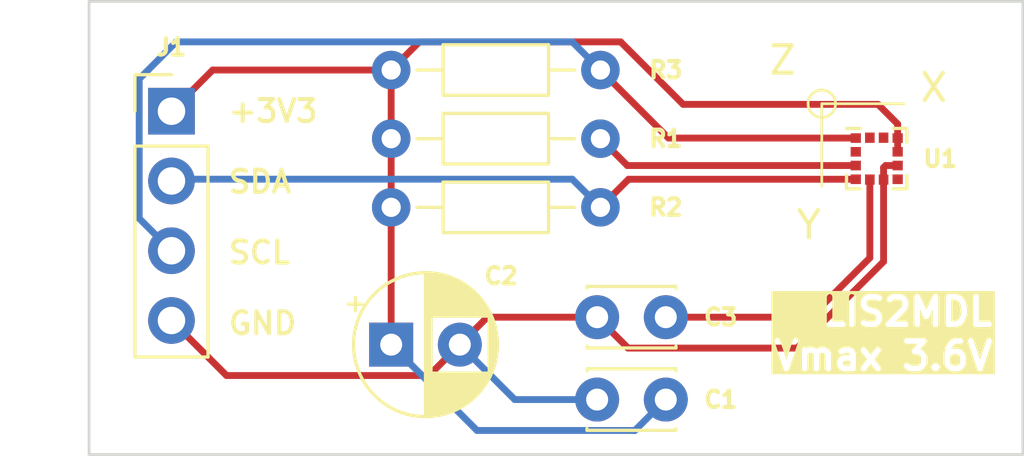
<source format=kicad_pcb>
(kicad_pcb (version 20221018) (generator pcbnew)
  (layers (0 "F.Cu" signal) (31 "B.Cu" signal) (34 "B.Paste" user) (35 "F.Paste" user) (36 "B.SilkS" user "B.Silkscreen") (37 "F.SilkS" user "F.Silkscreen") (38 "B.Mask" user) (39 "F.Mask" user) (44 "Edge.Cuts" user))
  (net 0 "")
  (net 1 "+3V3")
  (net 2 "GND")
  (net 3 "Net-(U1-C1)")
  (net 4 "/SDA")
  (net 5 "/SCL")
  (net 6 "Net-(U1-~{CS})")
  (footprint "Resistor_THT:R_Axial_DIN0204_L3.6mm_D1.6mm_P7.62mm_Horizontal" (layer "F.Cu") (at 141 83)
    (fp_text reference "R3" (at 10 0) (layer "F.SilkS") (effects (font (size 0.6 0.6) (thickness 0.15) bold)))
    (fp_text value "4.7k")
    (fp_line (start 0.94 0) (end 1.89 0) (stroke (width 0.12)) (layer "F.SilkS"))
    (fp_line (start 1.89 -0.92) (end 1.89 0.92) (stroke (width 0.12)) (layer "F.SilkS"))
    (fp_line (start 1.89 0.92) (end 5.73 0.92) (stroke (width 0.12)) (layer "F.SilkS"))
    (fp_line (start 5.73 -0.92) (end 1.89 -0.92) (stroke (width 0.12)) (layer "F.SilkS"))
    (fp_line (start 5.73 0.92) (end 5.73 -0.92) (stroke (width 0.12)) (layer "F.SilkS"))
    (fp_line (start 6.68 0) (end 5.73 0) (stroke (width 0.12)) (layer "F.SilkS"))
    (pad "1" thru_hole circle (at 0 0) (size 1.4 1.4) (drill 0.7) (layers "*.Cu" "*.Mask") (net 1 "+3V3"))
    (pad "2" thru_hole oval (at 7.62 0) (size 1.4 1.4) (drill 0.7) (layers "*.Cu" "*.Mask") (net 5 "/SCL"))
  )
  (footprint "Capacitor_THT:C_Disc_D3.0mm_W2.0mm_P2.50mm" (layer "F.Cu") (at 151 95 180)
    (fp_text reference "C1" (at -2 0) (layer "F.SilkS") (effects (font (size 0.6 0.6) (thickness 0.15) bold)))
    (fp_text value "0.1uF")
    (fp_line (start -0.37 -1.12) (end -0.37 -1.055) (stroke (width 0.12)) (layer "F.SilkS"))
    (fp_line (start -0.37 -1.12) (end 2.87 -1.12) (stroke (width 0.12)) (layer "F.SilkS"))
    (fp_line (start -0.37 1.055) (end -0.37 1.12) (stroke (width 0.12)) (layer "F.SilkS"))
    (fp_line (start -0.37 1.12) (end 2.87 1.12) (stroke (width 0.12)) (layer "F.SilkS"))
    (fp_line (start 2.87 -1.12) (end 2.87 -1.055) (stroke (width 0.12)) (layer "F.SilkS"))
    (fp_line (start 2.87 1.055) (end 2.87 1.12) (stroke (width 0.12)) (layer "F.SilkS"))
    (pad "1" thru_hole circle (at 0 0 180) (size 1.6 1.6) (drill 0.8) (layers "*.Cu" "*.Mask") (net 1 "+3V3"))
    (pad "2" thru_hole circle (at 2.5 0 180) (size 1.6 1.6) (drill 0.8) (layers "*.Cu" "*.Mask") (net 2 "GND"))
  )
  (footprint "Resistor_THT:R_Axial_DIN0204_L3.6mm_D1.6mm_P7.62mm_Horizontal" (layer "F.Cu") (at 141 88)
    (fp_text reference "R2" (at 10 0) (layer "F.SilkS") (effects (font (size 0.6 0.6) (thickness 0.15) bold)))
    (fp_text value "4.7k")
    (fp_line (start 0.94 0) (end 1.89 0) (stroke (width 0.12)) (layer "F.SilkS"))
    (fp_line (start 1.89 -0.92) (end 1.89 0.92) (stroke (width 0.12)) (layer "F.SilkS"))
    (fp_line (start 1.89 0.92) (end 5.73 0.92) (stroke (width 0.12)) (layer "F.SilkS"))
    (fp_line (start 5.73 -0.92) (end 1.89 -0.92) (stroke (width 0.12)) (layer "F.SilkS"))
    (fp_line (start 5.73 0.92) (end 5.73 -0.92) (stroke (width 0.12)) (layer "F.SilkS"))
    (fp_line (start 6.68 0) (end 5.73 0) (stroke (width 0.12)) (layer "F.SilkS"))
    (pad "1" thru_hole circle (at 0 0) (size 1.4 1.4) (drill 0.7) (layers "*.Cu" "*.Mask") (net 1 "+3V3"))
    (pad "2" thru_hole oval (at 7.62 0) (size 1.4 1.4) (drill 0.7) (layers "*.Cu" "*.Mask") (net 4 "/SDA"))
  )
  (footprint "Capacitor_THT:C_Disc_D3.0mm_W2.0mm_P2.50mm" (layer "F.Cu") (at 151 92 180)
    (fp_text reference "C3" (at -2 0) (layer "F.SilkS") (effects (font (size 0.6 0.6) (thickness 0.15) bold)))
    (fp_text value "0.22uF")
    (fp_line (start -0.37 -1.12) (end -0.37 -1.055) (stroke (width 0.12)) (layer "F.SilkS"))
    (fp_line (start -0.37 -1.12) (end 2.87 -1.12) (stroke (width 0.12)) (layer "F.SilkS"))
    (fp_line (start -0.37 1.055) (end -0.37 1.12) (stroke (width 0.12)) (layer "F.SilkS"))
    (fp_line (start -0.37 1.12) (end 2.87 1.12) (stroke (width 0.12)) (layer "F.SilkS"))
    (fp_line (start 2.87 -1.12) (end 2.87 -1.055) (stroke (width 0.12)) (layer "F.SilkS"))
    (fp_line (start 2.87 1.055) (end 2.87 1.12) (stroke (width 0.12)) (layer "F.SilkS"))
    (pad "1" thru_hole circle (at 0 0 180) (size 1.6 1.6) (drill 0.8) (layers "*.Cu" "*.Mask") (net 3 "Net-(U1-C1)"))
    (pad "2" thru_hole circle (at 2.5 0 180) (size 1.6 1.6) (drill 0.8) (layers "*.Cu" "*.Mask") (net 2 "GND"))
  )
  (footprint "Package_LGA:LGA-12_2x2mm_P0.5mm" (layer "F.Cu") (at 158.68 86.2275)
    (fp_text reference "U1" (at 2.32 0) (layer "F.SilkS") (effects (font (size 0.6 0.6) (thickness 0.15) bold)))
    (fp_text value "LIS2MDL")
    (fp_line (start -1.1 -1.1) (end -1.1 -1.1) (stroke (width 0.12)) (layer "F.SilkS"))
    (fp_line (start -1.1 0.6) (end -1.1 0.6) (stroke (width 0.12)) (layer "F.SilkS"))
    (fp_line (start -1.1 1.1) (end -1.1 0.6) (stroke (width 0.12)) (layer "F.SilkS"))
    (fp_line (start -0.6 -1.1) (end -1.1 -1.1) (stroke (width 0.12)) (layer "F.SilkS"))
    (fp_line (start -0.6 1.1) (end -1.1 1.1) (stroke (width 0.12)) (layer "F.SilkS"))
    (fp_line (start 0.6 -1.1) (end 1.1 -1.1) (stroke (width 0.12)) (layer "F.SilkS"))
    (fp_line (start 0.6 1.1) (end 0.6 1.1) (stroke (width 0.12)) (layer "F.SilkS"))
    (fp_line (start 1.1 -1.1) (end 1.1 -0.6) (stroke (width 0.12)) (layer "F.SilkS"))
    (fp_line (start 1.1 -0.6) (end 1.1 -0.6) (stroke (width 0.12)) (layer "F.SilkS"))
    (fp_line (start 1.1 0.6) (end 1.1 1.1) (stroke (width 0.12)) (layer "F.SilkS"))
    (fp_line (start 1.1 1.1) (end 0.6 1.1) (stroke (width 0.12)) (layer "F.SilkS"))
    (pad "1" smd rect (at -0.7625 -0.75) (size 0.375 0.35) (layers "F.Cu" "F.Paste" "F.Mask") (net 5 "/SCL"))
    (pad "2" smd rect (at -0.7625 -0.25) (size 0.375 0.35) (layers "F.Cu" "F.Paste" "F.Mask"))
    (pad "3" smd rect (at -0.7625 0.25) (size 0.375 0.35) (layers "F.Cu" "F.Paste" "F.Mask") (net 6 "Net-(U1-~{CS})"))
    (pad "4" smd rect (at -0.7625 0.75) (size 0.375 0.35) (layers "F.Cu" "F.Paste" "F.Mask") (net 4 "/SDA"))
    (pad "5" smd rect (at -0.25 0.7625 90) (size 0.375 0.35) (layers "F.Cu" "F.Paste" "F.Mask") (net 3 "Net-(U1-C1)"))
    (pad "6" smd rect (at 0.25 0.7625 90) (size 0.375 0.35) (layers "F.Cu" "F.Paste" "F.Mask") (net 2 "GND"))
    (pad "7" smd rect (at 0.7625 0.75) (size 0.375 0.35) (layers "F.Cu" "F.Paste" "F.Mask"))
    (pad "8" smd rect (at 0.7625 0.25) (size 0.375 0.35) (layers "F.Cu" "F.Paste" "F.Mask") (net 2 "GND"))
    (pad "9" smd rect (at 0.7625 -0.25) (size 0.375 0.35) (layers "F.Cu" "F.Paste" "F.Mask") (net 1 "+3V3"))
    (pad "10" smd rect (at 0.7625 -0.75) (size 0.375 0.35) (layers "F.Cu" "F.Paste" "F.Mask") (net 1 "+3V3"))
    (pad "11" smd rect (at 0.25 -0.7625 90) (size 0.375 0.35) (layers "F.Cu" "F.Paste" "F.Mask"))
    (pad "12" smd rect (at -0.25 -0.7625 90) (size 0.375 0.35) (layers "F.Cu" "F.Paste" "F.Mask"))
  )
  (footprint "Capacitor_THT:CP_Radial_D5.0mm_P2.50mm" (layer "F.Cu") (at 141 93)
    (fp_text reference "C2" (at 4 -2.5) (layer "F.SilkS") (effects (font (size 0.6 0.6) (thickness 0.15) bold)))
    (fp_text value "10uF")
    (fp_line (start -1.554775 -1.475) (end -1.054775 -1.475) (stroke (width 0.12)) (layer "F.SilkS"))
    (fp_line (start -1.304775 -1.725) (end -1.304775 -1.225) (stroke (width 0.12)) (layer "F.SilkS"))
    (fp_line (start 1.25 -2.58) (end 1.25 2.58) (stroke (width 0.12)) (layer "F.SilkS"))
    (fp_line (start 1.29 -2.58) (end 1.29 2.58) (stroke (width 0.12)) (layer "F.SilkS"))
    (fp_line (start 1.33 -2.579) (end 1.33 2.579) (stroke (width 0.12)) (layer "F.SilkS"))
    (fp_line (start 1.37 -2.578) (end 1.37 2.578) (stroke (width 0.12)) (layer "F.SilkS"))
    (fp_line (start 1.41 -2.576) (end 1.41 2.576) (stroke (width 0.12)) (layer "F.SilkS"))
    (fp_line (start 1.45 -2.573) (end 1.45 2.573) (stroke (width 0.12)) (layer "F.SilkS"))
    (fp_line (start 1.49 -2.569) (end 1.49 -1.04) (stroke (width 0.12)) (layer "F.SilkS"))
    (fp_line (start 1.49 1.04) (end 1.49 2.569) (stroke (width 0.12)) (layer "F.SilkS"))
    (fp_line (start 1.53 -2.565) (end 1.53 -1.04) (stroke (width 0.12)) (layer "F.SilkS"))
    (fp_line (start 1.53 1.04) (end 1.53 2.565) (stroke (width 0.12)) (layer "F.SilkS"))
    (fp_line (start 1.57 -2.561) (end 1.57 -1.04) (stroke (width 0.12)) (layer "F.SilkS"))
    (fp_line (start 1.57 1.04) (end 1.57 2.561) (stroke (width 0.12)) (layer "F.SilkS"))
    (fp_line (start 1.61 -2.556) (end 1.61 -1.04) (stroke (width 0.12)) (layer "F.SilkS"))
    (fp_line (start 1.61 1.04) (end 1.61 2.556) (stroke (width 0.12)) (layer "F.SilkS"))
    (fp_line (start 1.65 -2.55) (end 1.65 -1.04) (stroke (width 0.12)) (layer "F.SilkS"))
    (fp_line (start 1.65 1.04) (end 1.65 2.55) (stroke (width 0.12)) (layer "F.SilkS"))
    (fp_line (start 1.69 -2.543) (end 1.69 -1.04) (stroke (width 0.12)) (layer "F.SilkS"))
    (fp_line (start 1.69 1.04) (end 1.69 2.543) (stroke (width 0.12)) (layer "F.SilkS"))
    (fp_line (start 1.73 -2.536) (end 1.73 -1.04) (stroke (width 0.12)) (layer "F.SilkS"))
    (fp_line (start 1.73 1.04) (end 1.73 2.536) (stroke (width 0.12)) (layer "F.SilkS"))
    (fp_line (start 1.77 -2.528) (end 1.77 -1.04) (stroke (width 0.12)) (layer "F.SilkS"))
    (fp_line (start 1.77 1.04) (end 1.77 2.528) (stroke (width 0.12)) (layer "F.SilkS"))
    (fp_line (start 1.81 -2.52) (end 1.81 -1.04) (stroke (width 0.12)) (layer "F.SilkS"))
    (fp_line (start 1.81 1.04) (end 1.81 2.52) (stroke (width 0.12)) (layer "F.SilkS"))
    (fp_line (start 1.85 -2.511) (end 1.85 -1.04) (stroke (width 0.12)) (layer "F.SilkS"))
    (fp_line (start 1.85 1.04) (end 1.85 2.511) (stroke (width 0.12)) (layer "F.SilkS"))
    (fp_line (start 1.89 -2.501) (end 1.89 -1.04) (stroke (width 0.12)) (layer "F.SilkS"))
    (fp_line (start 1.89 1.04) (end 1.89 2.501) (stroke (width 0.12)) (layer "F.SilkS"))
    (fp_line (start 1.93 -2.491) (end 1.93 -1.04) (stroke (width 0.12)) (layer "F.SilkS"))
    (fp_line (start 1.93 1.04) (end 1.93 2.491) (stroke (width 0.12)) (layer "F.SilkS"))
    (fp_line (start 1.971 -2.48) (end 1.971 -1.04) (stroke (width 0.12)) (layer "F.SilkS"))
    (fp_line (start 1.971 1.04) (end 1.971 2.48) (stroke (width 0.12)) (layer "F.SilkS"))
    (fp_line (start 2.011 -2.468) (end 2.011 -1.04) (stroke (width 0.12)) (layer "F.SilkS"))
    (fp_line (start 2.011 1.04) (end 2.011 2.468) (stroke (width 0.12)) (layer "F.SilkS"))
    (fp_line (start 2.051 -2.455) (end 2.051 -1.04) (stroke (width 0.12)) (layer "F.SilkS"))
    (fp_line (start 2.051 1.04) (end 2.051 2.455) (stroke (width 0.12)) (layer "F.SilkS"))
    (fp_line (start 2.091 -2.442) (end 2.091 -1.04) (stroke (width 0.12)) (layer "F.SilkS"))
    (fp_line (start 2.091 1.04) (end 2.091 2.442) (stroke (width 0.12)) (layer "F.SilkS"))
    (fp_line (start 2.131 -2.428) (end 2.131 -1.04) (stroke (width 0.12)) (layer "F.SilkS"))
    (fp_line (start 2.131 1.04) (end 2.131 2.428) (stroke (width 0.12)) (layer "F.SilkS"))
    (fp_line (start 2.171 -2.414) (end 2.171 -1.04) (stroke (width 0.12)) (layer "F.SilkS"))
    (fp_line (start 2.171 1.04) (end 2.171 2.414) (stroke (width 0.12)) (layer "F.SilkS"))
    (fp_line (start 2.211 -2.398) (end 2.211 -1.04) (stroke (width 0.12)) (layer "F.SilkS"))
    (fp_line (start 2.211 1.04) (end 2.211 2.398) (stroke (width 0.12)) (layer "F.SilkS"))
    (fp_line (start 2.251 -2.382) (end 2.251 -1.04) (stroke (width 0.12)) (layer "F.SilkS"))
    (fp_line (start 2.251 1.04) (end 2.251 2.382) (stroke (width 0.12)) (layer "F.SilkS"))
    (fp_line (start 2.291 -2.365) (end 2.291 -1.04) (stroke (width 0.12)) (layer "F.SilkS"))
    (fp_line (start 2.291 1.04) (end 2.291 2.365) (stroke (width 0.12)) (layer "F.SilkS"))
    (fp_line (start 2.331 -2.348) (end 2.331 -1.04) (stroke (width 0.12)) (layer "F.SilkS"))
    (fp_line (start 2.331 1.04) (end 2.331 2.348) (stroke (width 0.12)) (layer "F.SilkS"))
    (fp_line (start 2.371 -2.329) (end 2.371 -1.04) (stroke (width 0.12)) (layer "F.SilkS"))
    (fp_line (start 2.371 1.04) (end 2.371 2.329) (stroke (width 0.12)) (layer "F.SilkS"))
    (fp_line (start 2.411 -2.31) (end 2.411 -1.04) (stroke (width 0.12)) (layer "F.SilkS"))
    (fp_line (start 2.411 1.04) (end 2.411 2.31) (stroke (width 0.12)) (layer "F.SilkS"))
    (fp_line (start 2.451 -2.29) (end 2.451 -1.04) (stroke (width 0.12)) (layer "F.SilkS"))
    (fp_line (start 2.451 1.04) (end 2.451 2.29) (stroke (width 0.12)) (layer "F.SilkS"))
    (fp_line (start 2.491 -2.268) (end 2.491 -1.04) (stroke (width 0.12)) (layer "F.SilkS"))
    (fp_line (start 2.491 1.04) (end 2.491 2.268) (stroke (width 0.12)) (layer "F.SilkS"))
    (fp_line (start 2.531 -2.247) (end 2.531 -1.04) (stroke (width 0.12)) (layer "F.SilkS"))
    (fp_line (start 2.531 1.04) (end 2.531 2.247) (stroke (width 0.12)) (layer "F.SilkS"))
    (fp_line (start 2.571 -2.224) (end 2.571 -1.04) (stroke (width 0.12)) (layer "F.SilkS"))
    (fp_line (start 2.571 1.04) (end 2.571 2.224) (stroke (width 0.12)) (layer "F.SilkS"))
    (fp_line (start 2.611 -2.2) (end 2.611 -1.04) (stroke (width 0.12)) (layer "F.SilkS"))
    (fp_line (start 2.611 1.04) (end 2.611 2.2) (stroke (width 0.12)) (layer "F.SilkS"))
    (fp_line (start 2.651 -2.175) (end 2.651 -1.04) (stroke (width 0.12)) (layer "F.SilkS"))
    (fp_line (start 2.651 1.04) (end 2.651 2.175) (stroke (width 0.12)) (layer "F.SilkS"))
    (fp_line (start 2.691 -2.149) (end 2.691 -1.04) (stroke (width 0.12)) (layer "F.SilkS"))
    (fp_line (start 2.691 1.04) (end 2.691 2.149) (stroke (width 0.12)) (layer "F.SilkS"))
    (fp_line (start 2.731 -2.122) (end 2.731 -1.04) (stroke (width 0.12)) (layer "F.SilkS"))
    (fp_line (start 2.731 1.04) (end 2.731 2.122) (stroke (width 0.12)) (layer "F.SilkS"))
    (fp_line (start 2.771 -2.095) (end 2.771 -1.04) (stroke (width 0.12)) (layer "F.SilkS"))
    (fp_line (start 2.771 1.04) (end 2.771 2.095) (stroke (width 0.12)) (layer "F.SilkS"))
    (fp_line (start 2.811 -2.065) (end 2.811 -1.04) (stroke (width 0.12)) (layer "F.SilkS"))
    (fp_line (start 2.811 1.04) (end 2.811 2.065) (stroke (width 0.12)) (layer "F.SilkS"))
    (fp_line (start 2.851 -2.035) (end 2.851 -1.04) (stroke (width 0.12)) (layer "F.SilkS"))
    (fp_line (start 2.851 1.04) (end 2.851 2.035) (stroke (width 0.12)) (layer "F.SilkS"))
    (fp_line (start 2.891 -2.004) (end 2.891 -1.04) (stroke (width 0.12)) (layer "F.SilkS"))
    (fp_line (start 2.891 1.04) (end 2.891 2.004) (stroke (width 0.12)) (layer "F.SilkS"))
    (fp_line (start 2.931 -1.971) (end 2.931 -1.04) (stroke (width 0.12)) (layer "F.SilkS"))
    (fp_line (start 2.931 1.04) (end 2.931 1.971) (stroke (width 0.12)) (layer "F.SilkS"))
    (fp_line (start 2.971 -1.937) (end 2.971 -1.04) (stroke (width 0.12)) (layer "F.SilkS"))
    (fp_line (start 2.971 1.04) (end 2.971 1.937) (stroke (width 0.12)) (layer "F.SilkS"))
    (fp_line (start 3.011 -1.901) (end 3.011 -1.04) (stroke (width 0.12)) (layer "F.SilkS"))
    (fp_line (start 3.011 1.04) (end 3.011 1.901) (stroke (width 0.12)) (layer "F.SilkS"))
    (fp_line (start 3.051 -1.864) (end 3.051 -1.04) (stroke (width 0.12)) (layer "F.SilkS"))
    (fp_line (start 3.051 1.04) (end 3.051 1.864) (stroke (width 0.12)) (layer "F.SilkS"))
    (fp_line (start 3.091 -1.826) (end 3.091 -1.04) (stroke (width 0.12)) (layer "F.SilkS"))
    (fp_line (start 3.091 1.04) (end 3.091 1.826) (stroke (width 0.12)) (layer "F.SilkS"))
    (fp_line (start 3.131 -1.785) (end 3.131 -1.04) (stroke (width 0.12)) (layer "F.SilkS"))
    (fp_line (start 3.131 1.04) (end 3.131 1.785) (stroke (width 0.12)) (layer "F.SilkS"))
    (fp_line (start 3.171 -1.743) (end 3.171 -1.04) (stroke (width 0.12)) (layer "F.SilkS"))
    (fp_line (start 3.171 1.04) (end 3.171 1.743) (stroke (width 0.12)) (layer "F.SilkS"))
    (fp_line (start 3.211 -1.699) (end 3.211 -1.04) (stroke (width 0.12)) (layer "F.SilkS"))
    (fp_line (start 3.211 1.04) (end 3.211 1.699) (stroke (width 0.12)) (layer "F.SilkS"))
    (fp_line (start 3.251 -1.653) (end 3.251 -1.04) (stroke (width 0.12)) (layer "F.SilkS"))
    (fp_line (start 3.251 1.04) (end 3.251 1.653) (stroke (width 0.12)) (layer "F.SilkS"))
    (fp_line (start 3.291 -1.605) (end 3.291 -1.04) (stroke (width 0.12)) (layer "F.SilkS"))
    (fp_line (start 3.291 1.04) (end 3.291 1.605) (stroke (width 0.12)) (layer "F.SilkS"))
    (fp_line (start 3.331 -1.554) (end 3.331 -1.04) (stroke (width 0.12)) (layer "F.SilkS"))
    (fp_line (start 3.331 1.04) (end 3.331 1.554) (stroke (width 0.12)) (layer "F.SilkS"))
    (fp_line (start 3.371 -1.5) (end 3.371 -1.04) (stroke (width 0.12)) (layer "F.SilkS"))
    (fp_line (start 3.371 1.04) (end 3.371 1.5) (stroke (width 0.12)) (layer "F.SilkS"))
    (fp_line (start 3.411 -1.443) (end 3.411 -1.04) (stroke (width 0.12)) (layer "F.SilkS"))
    (fp_line (start 3.411 1.04) (end 3.411 1.443) (stroke (width 0.12)) (layer "F.SilkS"))
    (fp_line (start 3.451 -1.383) (end 3.451 -1.04) (stroke (width 0.12)) (layer "F.SilkS"))
    (fp_line (start 3.451 1.04) (end 3.451 1.383) (stroke (width 0.12)) (layer "F.SilkS"))
    (fp_line (start 3.491 -1.319) (end 3.491 -1.04) (stroke (width 0.12)) (layer "F.SilkS"))
    (fp_line (start 3.491 1.04) (end 3.491 1.319) (stroke (width 0.12)) (layer "F.SilkS"))
    (fp_line (start 3.531 -1.251) (end 3.531 -1.04) (stroke (width 0.12)) (layer "F.SilkS"))
    (fp_line (start 3.531 1.04) (end 3.531 1.251) (stroke (width 0.12)) (layer "F.SilkS"))
    (fp_line (start 3.571 -1.178) (end 3.571 1.178) (stroke (width 0.12)) (layer "F.SilkS"))
    (fp_line (start 3.611 -1.098) (end 3.611 1.098) (stroke (width 0.12)) (layer "F.SilkS"))
    (fp_line (start 3.651 -1.011) (end 3.651 1.011) (stroke (width 0.12)) (layer "F.SilkS"))
    (fp_line (start 3.691 -0.915) (end 3.691 0.915) (stroke (width 0.12)) (layer "F.SilkS"))
    (fp_line (start 3.731 -0.805) (end 3.731 0.805) (stroke (width 0.12)) (layer "F.SilkS"))
    (fp_line (start 3.771 -0.677) (end 3.771 0.677) (stroke (width 0.12)) (layer "F.SilkS"))
    (fp_line (start 3.811 -0.518) (end 3.811 0.518) (stroke (width 0.12)) (layer "F.SilkS"))
    (fp_line (start 3.851 -0.284) (end 3.851 0.284) (stroke (width 0.12)) (layer "F.SilkS"))
    (fp_circle (center 1.25 0) (end 3.87 0) (stroke (width 0.12)) (fill none) (layer "F.SilkS"))
    (pad "1" thru_hole rect (at 0 0) (size 1.6 1.6) (drill 0.8) (layers "*.Cu" "*.Mask") (net 1 "+3V3"))
    (pad "2" thru_hole circle (at 2.5 0) (size 1.6 1.6) (drill 0.8) (layers "*.Cu" "*.Mask") (net 2 "GND"))
  )
  (footprint "Resistor_THT:R_Axial_DIN0204_L3.6mm_D1.6mm_P7.62mm_Horizontal" (layer "F.Cu") (at 141 85.5)
    (fp_text reference "R1" (at 10 0) (layer "F.SilkS") (effects (font (size 0.6 0.6) (thickness 0.15) bold)))
    (fp_text value "10k")
    (fp_line (start 0.94 0) (end 1.89 0) (stroke (width 0.12)) (layer "F.SilkS"))
    (fp_line (start 1.89 -0.92) (end 1.89 0.92) (stroke (width 0.12)) (layer "F.SilkS"))
    (fp_line (start 1.89 0.92) (end 5.73 0.92) (stroke (width 0.12)) (layer "F.SilkS"))
    (fp_line (start 5.73 -0.92) (end 1.89 -0.92) (stroke (width 0.12)) (layer "F.SilkS"))
    (fp_line (start 5.73 0.92) (end 5.73 -0.92) (stroke (width 0.12)) (layer "F.SilkS"))
    (fp_line (start 6.68 0) (end 5.73 0) (stroke (width 0.12)) (layer "F.SilkS"))
    (pad "1" thru_hole circle (at 0 0) (size 1.4 1.4) (drill 0.7) (layers "*.Cu" "*.Mask") (net 1 "+3V3"))
    (pad "2" thru_hole oval (at 7.62 0) (size 1.4 1.4) (drill 0.7) (layers "*.Cu" "*.Mask") (net 6 "Net-(U1-~{CS})"))
  )
  (footprint "Connector_PinHeader_2.54mm:PinHeader_1x04_P2.54mm_Vertical" (layer "F.Cu") (at 133 84.5)
    (fp_text reference "J1" (at 0 -2.33) (layer "F.SilkS") (effects (font (size 0.6 0.6) (thickness 0.15) bold)))
    (fp_text value "Conn_01x04_Pin")
    (fp_line (start -1.33 -1.33) (end 0 -1.33) (stroke (width 0.12)) (layer "F.SilkS"))
    (fp_line (start -1.33 0) (end -1.33 -1.33) (stroke (width 0.12)) (layer "F.SilkS"))
    (fp_line (start -1.33 1.27) (end -1.33 8.95) (stroke (width 0.12)) (layer "F.SilkS"))
    (fp_line (start -1.33 1.27) (end 1.33 1.27) (stroke (width 0.12)) (layer "F.SilkS"))
    (fp_line (start -1.33 8.95) (end 1.33 8.95) (stroke (width 0.12)) (layer "F.SilkS"))
    (fp_line (start 1.33 1.27) (end 1.33 8.95) (stroke (width 0.12)) (layer "F.SilkS"))
    (pad "1" thru_hole rect (at 0 0) (size 1.7 1.7) (drill 1) (layers "*.Cu" "*.Mask") (net 1 "+3V3"))
    (pad "2" thru_hole oval (at 0 2.54) (size 1.7 1.7) (drill 1) (layers "*.Cu" "*.Mask") (net 4 "/SDA"))
    (pad "3" thru_hole oval (at 0 5.08) (size 1.7 1.7) (drill 1) (layers "*.Cu" "*.Mask") (net 5 "/SCL"))
    (pad "4" thru_hole oval (at 0 7.62) (size 1.7 1.7) (drill 1) (layers "*.Cu" "*.Mask") (net 2 "GND"))
  )
  (gr_line (start 156.68 84.2275) (end 159.68 84.2275) (stroke (width 0.1)) (layer "F.SilkS"))
  (gr_line (start 156.68 84.2275) (end 156.68 87.2275) (stroke (width 0.1)) (layer "F.SilkS"))
  (gr_circle (center 156.68 84.2275) (end 157.18 84.2275) (stroke (width 0.1)) (fill none) (layer "F.SilkS"))
  (gr_rect (start 130 80.5) (end 164 97) (stroke (width 0.1)) (fill none) (layer "Edge.Cuts"))
  (gr_text "LIS2MDL\nVmax 3.6V" (at 163 94) (layer "F.SilkS" knockout) (effects (font (size 1 1) (thickness 0.2) bold) (justify right bottom)))
  (gr_text "+3V3\n\nSDA\n\nSCL\n\nGND" (at 135 92.69) (layer "F.SilkS") (effects (font (size 0.8 0.8)) (justify left bottom)))
  (gr_text "X" (at 160.18 84.2275) (layer "F.SilkS") (effects (font (size 1 1)) (justify left bottom)))
  (gr_text "Y" (at 155.68 89.2275) (layer "F.SilkS") (effects (font (size 1 1)) (justify left bottom)))
  (gr_text "Z" (at 154.68 83.2275) (layer "F.SilkS") (effects (font (size 1 1)) (justify left bottom)))
  (segment (start 159.4425 85.9775) (end 159.4425 85.4775) (width 0.25) (layer "F.Cu") (net 1))
  (segment (start 159.4425 84.965) (end 159.4425 85.4775) (width 0.25) (layer "F.Cu") (net 1))
  (segment (start 151.63 84.25) (end 158.7275 84.25) (width 0.25) (layer "F.Cu") (net 1))
  (segment (start 158.7275 84.25) (end 159.4425 84.965) (width 0.25) (layer "F.Cu") (net 1))
  (segment (start 141 83) (end 134.5 83) (width 0.25) (layer "F.Cu") (net 1))
  (segment (start 142.025 81.975) (end 149.355 81.975) (width 0.25) (layer "F.Cu") (net 1))
  (segment (start 134.5 83) (end 133 84.5) (width 0.25) (layer "F.Cu") (net 1))
  (segment (start 141 83) (end 142.025 81.975) (width 0.25) (layer "F.Cu") (net 1))
  (segment (start 141 83) (end 141 93) (width 0.25) (layer "F.Cu") (net 1))
  (segment (start 149.355 81.975) (end 151.63 84.25) (width 0.25) (layer "F.Cu") (net 1))
  (segment (start 151 95) (end 149.875 96.125) (width 0.25) (layer "B.Cu") (net 1))
  (segment (start 149.875 96.125) (end 144.125 96.125) (width 0.25) (layer "B.Cu") (net 1))
  (segment (start 144.125 96.125) (end 141 93) (width 0.25) (layer "B.Cu") (net 1))
  (segment (start 143.5 93) (end 142.375 94.125) (width 0.25) (layer "F.Cu") (net 2))
  (segment (start 158.93 86.5525) (end 158.93 86.99) (width 0.25) (layer "F.Cu") (net 2))
  (segment (start 159.4425 86.4775) (end 159.005 86.4775) (width 0.25) (layer "F.Cu") (net 2))
  (segment (start 155.781396 93.125) (end 149.625 93.125) (width 0.25) (layer "F.Cu") (net 2))
  (segment (start 144.5 92) (end 143.5 93) (width 0.25) (layer "F.Cu") (net 2))
  (segment (start 158.93 86.99) (end 158.93 89.976396) (width 0.25) (layer "F.Cu") (net 2))
  (segment (start 148.5 92) (end 144.5 92) (width 0.25) (layer "F.Cu") (net 2))
  (segment (start 142.375 94.125) (end 135.005 94.125) (width 0.25) (layer "F.Cu") (net 2))
  (segment (start 159.005 86.4775) (end 158.93 86.5525) (width 0.25) (layer "F.Cu") (net 2))
  (segment (start 149.625 93.125) (end 148.5 92) (width 0.25) (layer "F.Cu") (net 2))
  (segment (start 135.005 94.125) (end 133 92.12) (width 0.25) (layer "F.Cu") (net 2))
  (segment (start 158.93 89.976396) (end 155.781396 93.125) (width 0.25) (layer "F.Cu") (net 2))
  (segment (start 145.5 95) (end 143.5 93) (width 0.25) (layer "B.Cu") (net 2))
  (segment (start 148.5 95) (end 145.5 95) (width 0.25) (layer "B.Cu") (net 2))
  (segment (start 158.43 86.99) (end 158.43 89.84) (width 0.25) (layer "F.Cu") (net 3))
  (segment (start 156.27 92) (end 151 92) (width 0.25) (layer "F.Cu") (net 3))
  (segment (start 158.43 89.84) (end 156.27 92) (width 0.25) (layer "F.Cu") (net 3))
  (segment (start 149.6425 86.9775) (end 148.62 88) (width 0.25) (layer "F.Cu") (net 4))
  (segment (start 157.9175 86.9775) (end 149.6425 86.9775) (width 0.25) (layer "F.Cu") (net 4))
  (segment (start 133.065 86.975) (end 147.595 86.975) (width 0.25) (layer "B.Cu") (net 4))
  (segment (start 147.595 86.975) (end 148.62 88) (width 0.25) (layer "B.Cu") (net 4))
  (segment (start 133 87.04) (end 133.065 86.975) (width 0.25) (layer "B.Cu") (net 4))
  (segment (start 151.0975 85.4775) (end 148.62 83) (width 0.25) (layer "F.Cu") (net 5))
  (segment (start 157.9175 85.4775) (end 151.0975 85.4775) (width 0.25) (layer "F.Cu") (net 5))
  (segment (start 133.175 81.975) (end 131.825 83.325) (width 0.25) (layer "B.Cu") (net 5))
  (segment (start 131.825 88.405) (end 133 89.58) (width 0.25) (layer "B.Cu") (net 5))
  (segment (start 131.825 83.325) (end 131.825 88.405) (width 0.25) (layer "B.Cu") (net 5))
  (segment (start 148.62 83) (end 147.595 81.975) (width 0.25) (layer "B.Cu") (net 5))
  (segment (start 147.595 81.975) (end 133.175 81.975) (width 0.25) (layer "B.Cu") (net 5))
  (segment (start 149.5975 86.4775) (end 148.62 85.5) (width 0.25) (layer "F.Cu") (net 6))
  (segment (start 157.9175 86.4775) (end 149.5975 86.4775) (width 0.25) (layer "F.Cu") (net 6))
)
</source>
